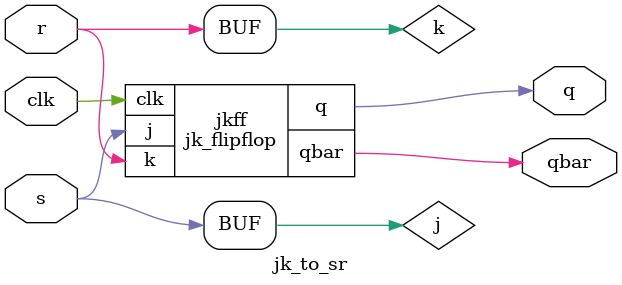
<source format=v>
module jk_flipflop( input clk, j, k,output reg q, qbar);

    always @(posedge clk) 
    begin
        q=1'b1;
        qbar = 1'b1;
        
        case ({j, k})
            2'b00: begin
                q <= q;
                qbar <= qbar;end
            2'b01: begin
                q <= 1'b0;
                qbar <= 1'b1;end
            2'b10: begin
                q <= 1'b1;
                qbar <= 1'b0;end
            2'b11: begin
                q <= 1'bx;
                qbar <= 1'bx;end
        endcase
    end
endmodule
module jk_to_sr(
    input clk,s,r,
    output q, qbar);
wire j, k;
 assign j = s;
    assign k = r;
jk_flipflop jkff (clk, j, k, q, qbar);
endmodule
</source>
